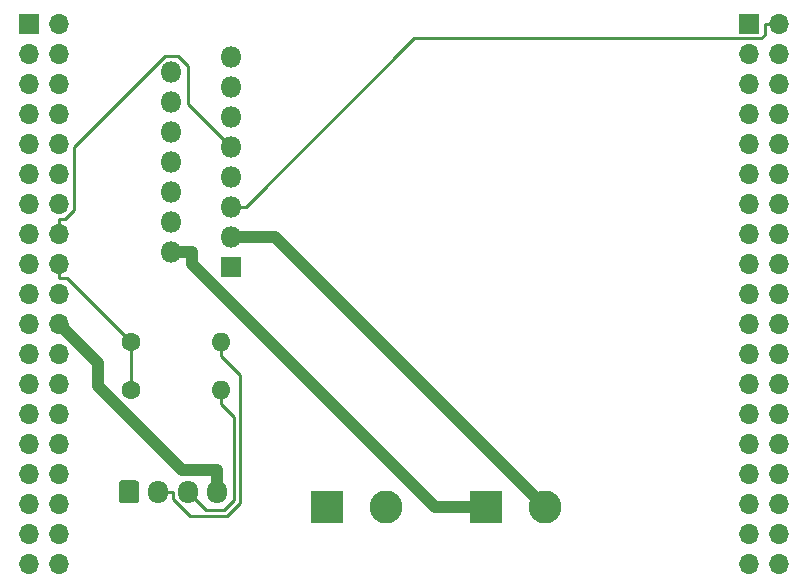
<source format=gbr>
%TF.GenerationSoftware,KiCad,Pcbnew,(5.1.6)-1*%
%TF.CreationDate,2021-06-09T14:39:38+07:00*%
%TF.ProjectId,test1,74657374-312e-46b6-9963-61645f706362,rev?*%
%TF.SameCoordinates,Original*%
%TF.FileFunction,Copper,L2,Bot*%
%TF.FilePolarity,Positive*%
%FSLAX46Y46*%
G04 Gerber Fmt 4.6, Leading zero omitted, Abs format (unit mm)*
G04 Created by KiCad (PCBNEW (5.1.6)-1) date 2021-06-09 14:39:38*
%MOMM*%
%LPD*%
G01*
G04 APERTURE LIST*
%TA.AperFunction,ComponentPad*%
%ADD10O,1.800000X1.800000*%
%TD*%
%TA.AperFunction,ComponentPad*%
%ADD11R,1.800000X1.800000*%
%TD*%
%TA.AperFunction,ComponentPad*%
%ADD12O,1.600000X1.600000*%
%TD*%
%TA.AperFunction,ComponentPad*%
%ADD13C,1.600000*%
%TD*%
%TA.AperFunction,ComponentPad*%
%ADD14C,2.800000*%
%TD*%
%TA.AperFunction,ComponentPad*%
%ADD15R,2.800000X2.800000*%
%TD*%
%TA.AperFunction,ComponentPad*%
%ADD16O,1.700000X1.950000*%
%TD*%
%TA.AperFunction,ComponentPad*%
%ADD17O,1.700000X1.700000*%
%TD*%
%TA.AperFunction,ComponentPad*%
%ADD18R,1.700000X1.700000*%
%TD*%
%TA.AperFunction,Conductor*%
%ADD19C,1.000000*%
%TD*%
%TA.AperFunction,Conductor*%
%ADD20C,0.250000*%
%TD*%
G04 APERTURE END LIST*
D10*
%TO.P,U2,15*%
%TO.N,Net-(U2-Pad15)*%
X150320000Y-74026000D03*
%TO.P,U2,14*%
%TO.N,Net-(U2-Pad14)*%
X145240000Y-75296000D03*
%TO.P,U2,13*%
%TO.N,Net-(U2-Pad13)*%
X150320000Y-76566000D03*
%TO.P,U2,12*%
%TO.N,Net-(U2-Pad12)*%
X145240000Y-77836000D03*
%TO.P,U2,11*%
%TO.N,Net-(U2-Pad11)*%
X150320000Y-79106000D03*
%TO.P,U2,10*%
%TO.N,Net-(U2-Pad10)*%
X145240000Y-80376000D03*
%TO.P,U2,9*%
%TO.N,+3V3*%
X150320000Y-81646000D03*
%TO.P,U2,8*%
%TO.N,GND*%
X145240000Y-82916000D03*
%TO.P,U2,7*%
%TO.N,/motor_inb*%
X150320000Y-84186000D03*
%TO.P,U2,6*%
%TO.N,/motro_pwm*%
X145240000Y-85456000D03*
%TO.P,U2,5*%
%TO.N,/motor_ina*%
X150320000Y-86726000D03*
%TO.P,U2,4*%
%TO.N,+12V*%
X145240000Y-87996000D03*
%TO.P,U2,3*%
%TO.N,Net-(J2-Pad2)*%
X150320000Y-89266000D03*
%TO.P,U2,2*%
%TO.N,Net-(J2-Pad1)*%
X145240000Y-90536000D03*
D11*
%TO.P,U2,1*%
%TO.N,Net-(U2-Pad1)*%
X150320000Y-91806000D03*
%TD*%
D12*
%TO.P,R2,2*%
%TO.N,/enc_b*%
X149464000Y-102252000D03*
D13*
%TO.P,R2,1*%
%TO.N,+5V*%
X141844000Y-102252000D03*
%TD*%
D12*
%TO.P,R1,2*%
%TO.N,/enc_a*%
X149464000Y-98202000D03*
D13*
%TO.P,R1,1*%
%TO.N,+5V*%
X141844000Y-98202000D03*
%TD*%
D14*
%TO.P,J3,2*%
%TO.N,GND*%
X163448000Y-112126000D03*
D15*
%TO.P,J3,1*%
%TO.N,+12V*%
X158448000Y-112126000D03*
%TD*%
D14*
%TO.P,J2,2*%
%TO.N,Net-(J2-Pad2)*%
X176910000Y-112126000D03*
D15*
%TO.P,J2,1*%
%TO.N,Net-(J2-Pad1)*%
X171910000Y-112126000D03*
%TD*%
D16*
%TO.P,J1,4*%
%TO.N,GND*%
X149184000Y-110856000D03*
%TO.P,J1,3*%
%TO.N,/enc_b*%
X146684000Y-110856000D03*
%TO.P,J1,2*%
%TO.N,/enc_a*%
X144184000Y-110856000D03*
%TO.P,J1,1*%
%TO.N,+5V*%
%TA.AperFunction,ComponentPad*%
G36*
G01*
X140834000Y-111581000D02*
X140834000Y-110131000D01*
G75*
G02*
X141084000Y-109881000I250000J0D01*
G01*
X142284000Y-109881000D01*
G75*
G02*
X142534000Y-110131000I0J-250000D01*
G01*
X142534000Y-111581000D01*
G75*
G02*
X142284000Y-111831000I-250000J0D01*
G01*
X141084000Y-111831000D01*
G75*
G02*
X140834000Y-111581000I0J250000D01*
G01*
G37*
%TD.AperFunction*%
%TD*%
D17*
%TO.P,CN10,38*%
%TO.N,Net-(CN10-Pad38)*%
X196750000Y-116960000D03*
%TO.P,CN10,37*%
%TO.N,Net-(CN10-Pad37)*%
X194210000Y-116960000D03*
%TO.P,CN10,36*%
%TO.N,Net-(CN10-Pad36)*%
X196750000Y-114420000D03*
%TO.P,CN10,35*%
%TO.N,Net-(CN10-Pad35)*%
X194210000Y-114420000D03*
%TO.P,CN10,34*%
%TO.N,Net-(CN10-Pad34)*%
X196750000Y-111880000D03*
%TO.P,CN10,33*%
%TO.N,Net-(CN10-Pad33)*%
X194210000Y-111880000D03*
%TO.P,CN10,32*%
%TO.N,Net-(CN10-Pad32)*%
X196750000Y-109340000D03*
%TO.P,CN10,31*%
%TO.N,Net-(CN10-Pad31)*%
X194210000Y-109340000D03*
%TO.P,CN10,30*%
%TO.N,Net-(CN10-Pad30)*%
X196750000Y-106800000D03*
%TO.P,CN10,29*%
%TO.N,Net-(CN10-Pad29)*%
X194210000Y-106800000D03*
%TO.P,CN10,28*%
%TO.N,Net-(CN10-Pad28)*%
X196750000Y-104260000D03*
%TO.P,CN10,27*%
%TO.N,Net-(CN10-Pad27)*%
X194210000Y-104260000D03*
%TO.P,CN10,26*%
%TO.N,Net-(CN10-Pad26)*%
X196750000Y-101720000D03*
%TO.P,CN10,25*%
%TO.N,Net-(CN10-Pad25)*%
X194210000Y-101720000D03*
%TO.P,CN10,24*%
%TO.N,Net-(CN10-Pad24)*%
X196750000Y-99180000D03*
%TO.P,CN10,23*%
%TO.N,/enc_a*%
X194210000Y-99180000D03*
%TO.P,CN10,22*%
%TO.N,Net-(CN10-Pad22)*%
X196750000Y-96640000D03*
%TO.P,CN10,21*%
%TO.N,/enc_b*%
X194210000Y-96640000D03*
%TO.P,CN10,20*%
%TO.N,Net-(CN10-Pad20)*%
X196750000Y-94100000D03*
%TO.P,CN10,19*%
%TO.N,Net-(CN10-Pad19)*%
X194210000Y-94100000D03*
%TO.P,CN10,18*%
%TO.N,Net-(CN10-Pad18)*%
X196750000Y-91560000D03*
%TO.P,CN10,17*%
%TO.N,Net-(CN10-Pad17)*%
X194210000Y-91560000D03*
%TO.P,CN10,16*%
%TO.N,Net-(CN10-Pad16)*%
X196750000Y-89020000D03*
%TO.P,CN10,15*%
%TO.N,Net-(CN10-Pad15)*%
X194210000Y-89020000D03*
%TO.P,CN10,14*%
%TO.N,Net-(CN10-Pad14)*%
X196750000Y-86480000D03*
%TO.P,CN10,13*%
%TO.N,/motro_pwm*%
X194210000Y-86480000D03*
%TO.P,CN10,12*%
%TO.N,Net-(CN10-Pad12)*%
X196750000Y-83940000D03*
%TO.P,CN10,11*%
%TO.N,Net-(CN10-Pad11)*%
X194210000Y-83940000D03*
%TO.P,CN10,10*%
%TO.N,Net-(CN10-Pad10)*%
X196750000Y-81400000D03*
%TO.P,CN10,9*%
%TO.N,Net-(CN10-Pad9)*%
X194210000Y-81400000D03*
%TO.P,CN10,8*%
%TO.N,Net-(CN10-Pad8)*%
X196750000Y-78860000D03*
%TO.P,CN10,7*%
%TO.N,Net-(CN10-Pad7)*%
X194210000Y-78860000D03*
%TO.P,CN10,6*%
%TO.N,Net-(CN10-Pad6)*%
X196750000Y-76320000D03*
%TO.P,CN10,5*%
%TO.N,Net-(CN10-Pad5)*%
X194210000Y-76320000D03*
%TO.P,CN10,4*%
%TO.N,Net-(CN10-Pad4)*%
X196750000Y-73780000D03*
%TO.P,CN10,3*%
%TO.N,Net-(CN10-Pad3)*%
X194210000Y-73780000D03*
%TO.P,CN10,2*%
%TO.N,/motor_ina*%
X196750000Y-71240000D03*
D18*
%TO.P,CN10,1*%
%TO.N,/motor_inb*%
X194210000Y-71240000D03*
%TD*%
D17*
%TO.P,CN7,38*%
%TO.N,Net-(CN7-Pad38)*%
X135790000Y-116960000D03*
%TO.P,CN7,37*%
%TO.N,Net-(CN7-Pad37)*%
X133250000Y-116960000D03*
%TO.P,CN7,36*%
%TO.N,Net-(CN7-Pad36)*%
X135790000Y-114420000D03*
%TO.P,CN7,35*%
%TO.N,Net-(CN7-Pad35)*%
X133250000Y-114420000D03*
%TO.P,CN7,34*%
%TO.N,Net-(CN7-Pad34)*%
X135790000Y-111880000D03*
%TO.P,CN7,33*%
%TO.N,Net-(CN7-Pad33)*%
X133250000Y-111880000D03*
%TO.P,CN7,32*%
%TO.N,Net-(CN7-Pad32)*%
X135790000Y-109340000D03*
%TO.P,CN7,31*%
%TO.N,Net-(CN7-Pad31)*%
X133250000Y-109340000D03*
%TO.P,CN7,30*%
%TO.N,Net-(CN7-Pad30)*%
X135790000Y-106800000D03*
%TO.P,CN7,29*%
%TO.N,Net-(CN7-Pad29)*%
X133250000Y-106800000D03*
%TO.P,CN7,28*%
%TO.N,Net-(CN7-Pad28)*%
X135790000Y-104260000D03*
%TO.P,CN7,27*%
%TO.N,Net-(CN7-Pad27)*%
X133250000Y-104260000D03*
%TO.P,CN7,26*%
%TO.N,Net-(CN7-Pad26)*%
X135790000Y-101720000D03*
%TO.P,CN7,25*%
%TO.N,Net-(CN7-Pad25)*%
X133250000Y-101720000D03*
%TO.P,CN7,24*%
%TO.N,Net-(CN7-Pad24)*%
X135790000Y-99180000D03*
%TO.P,CN7,23*%
%TO.N,Net-(CN7-Pad23)*%
X133250000Y-99180000D03*
%TO.P,CN7,22*%
%TO.N,GND*%
X135790000Y-96640000D03*
%TO.P,CN7,21*%
%TO.N,Net-(CN7-Pad21)*%
X133250000Y-96640000D03*
%TO.P,CN7,20*%
%TO.N,Net-(CN7-Pad20)*%
X135790000Y-94100000D03*
%TO.P,CN7,19*%
%TO.N,Net-(CN7-Pad19)*%
X133250000Y-94100000D03*
%TO.P,CN7,18*%
%TO.N,+5V*%
X135790000Y-91560000D03*
%TO.P,CN7,17*%
%TO.N,Net-(CN7-Pad17)*%
X133250000Y-91560000D03*
%TO.P,CN7,16*%
%TO.N,+3V3*%
X135790000Y-89020000D03*
%TO.P,CN7,15*%
%TO.N,Net-(CN7-Pad15)*%
X133250000Y-89020000D03*
%TO.P,CN7,14*%
%TO.N,Net-(CN7-Pad14)*%
X135790000Y-86480000D03*
%TO.P,CN7,13*%
%TO.N,Net-(CN7-Pad13)*%
X133250000Y-86480000D03*
%TO.P,CN7,12*%
%TO.N,Net-(CN7-Pad12)*%
X135790000Y-83940000D03*
%TO.P,CN7,11*%
%TO.N,Net-(CN7-Pad11)*%
X133250000Y-83940000D03*
%TO.P,CN7,10*%
%TO.N,Net-(CN7-Pad10)*%
X135790000Y-81400000D03*
%TO.P,CN7,9*%
%TO.N,Net-(CN7-Pad9)*%
X133250000Y-81400000D03*
%TO.P,CN7,8*%
%TO.N,Net-(CN7-Pad8)*%
X135790000Y-78860000D03*
%TO.P,CN7,7*%
%TO.N,Net-(CN7-Pad7)*%
X133250000Y-78860000D03*
%TO.P,CN7,6*%
%TO.N,Net-(CN7-Pad6)*%
X135790000Y-76320000D03*
%TO.P,CN7,5*%
%TO.N,Net-(CN7-Pad5)*%
X133250000Y-76320000D03*
%TO.P,CN7,4*%
%TO.N,Net-(CN7-Pad4)*%
X135790000Y-73780000D03*
%TO.P,CN7,3*%
%TO.N,Net-(CN7-Pad3)*%
X133250000Y-73780000D03*
%TO.P,CN7,2*%
%TO.N,Net-(CN7-Pad2)*%
X135790000Y-71240000D03*
D18*
%TO.P,CN7,1*%
%TO.N,Net-(CN7-Pad1)*%
X133250000Y-71240000D03*
%TD*%
D19*
%TO.N,GND*%
X149184000Y-110856000D02*
X149184000Y-108980700D01*
X135790000Y-96640000D02*
X139063300Y-99913300D01*
X139063300Y-99913300D02*
X139063300Y-101900100D01*
X139063300Y-101900100D02*
X146143900Y-108980700D01*
X146143900Y-108980700D02*
X149184000Y-108980700D01*
D20*
%TO.N,+5V*%
X141844000Y-98202000D02*
X141844000Y-102252000D01*
X135790000Y-92785300D02*
X136427300Y-92785300D01*
X136427300Y-92785300D02*
X141844000Y-98202000D01*
X135790000Y-91560000D02*
X135790000Y-92785300D01*
%TO.N,/enc_a*%
X149464000Y-98202000D02*
X149464000Y-99377300D01*
X144184000Y-110856000D02*
X145409300Y-110856000D01*
X145409300Y-110856000D02*
X145409300Y-111468600D01*
X145409300Y-111468600D02*
X146833400Y-112892700D01*
X146833400Y-112892700D02*
X150003500Y-112892700D01*
X150003500Y-112892700D02*
X151082500Y-111813700D01*
X151082500Y-111813700D02*
X151082500Y-100995800D01*
X151082500Y-100995800D02*
X149464000Y-99377300D01*
%TO.N,/enc_b*%
X149464000Y-102252000D02*
X149464000Y-103427300D01*
X149464000Y-103427300D02*
X150582100Y-104545400D01*
X150582100Y-104545400D02*
X150582100Y-111534800D01*
X150582100Y-111534800D02*
X149724600Y-112392300D01*
X149724600Y-112392300D02*
X148220300Y-112392300D01*
X148220300Y-112392300D02*
X146684000Y-110856000D01*
%TO.N,+3V3*%
X135790000Y-89020000D02*
X135790000Y-87794700D01*
X135790000Y-87794700D02*
X136249600Y-87794700D01*
X136249600Y-87794700D02*
X137015300Y-87029000D01*
X137015300Y-87029000D02*
X137015300Y-81697800D01*
X137015300Y-81697800D02*
X144720500Y-73992600D01*
X144720500Y-73992600D02*
X145817100Y-73992600D01*
X145817100Y-73992600D02*
X146665400Y-74840900D01*
X146665400Y-74840900D02*
X146665400Y-77991400D01*
X146665400Y-77991400D02*
X150320000Y-81646000D01*
%TO.N,/motor_ina*%
X150320000Y-86726000D02*
X151595300Y-86726000D01*
X196750000Y-71240000D02*
X195524700Y-71240000D01*
X195524700Y-71240000D02*
X195524700Y-72159000D01*
X195524700Y-72159000D02*
X195218400Y-72465300D01*
X195218400Y-72465300D02*
X165856000Y-72465300D01*
X165856000Y-72465300D02*
X151595300Y-86726000D01*
D19*
%TO.N,Net-(J2-Pad2)*%
X176910000Y-112126000D02*
X154050000Y-89266000D01*
X154050000Y-89266000D02*
X150320000Y-89266000D01*
%TO.N,Net-(J2-Pad1)*%
X145240000Y-90536000D02*
X147040300Y-90536000D01*
X171910000Y-112126000D02*
X167560300Y-112126000D01*
X167560300Y-112126000D02*
X147040300Y-91606000D01*
X147040300Y-91606000D02*
X147040300Y-90536000D01*
%TD*%
M02*

</source>
